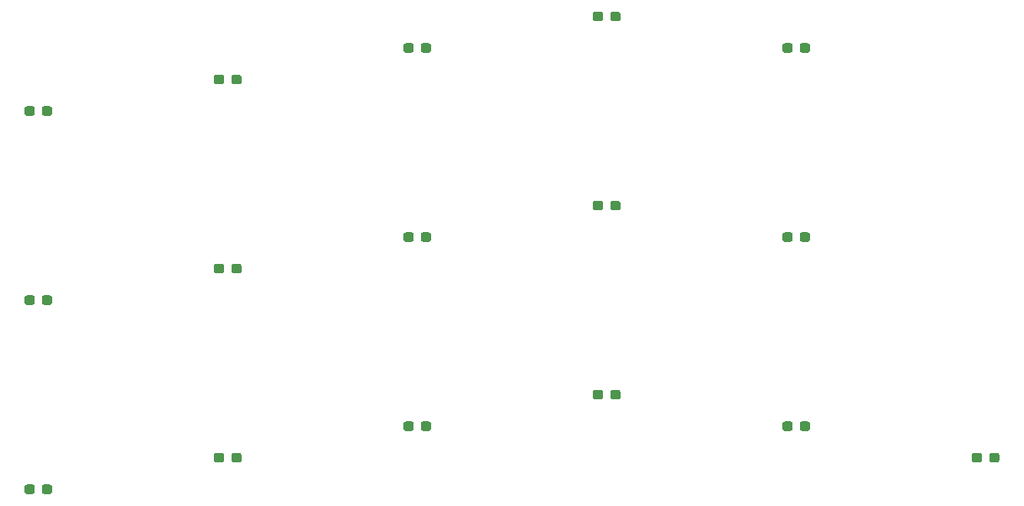
<source format=gbr>
%TF.GenerationSoftware,KiCad,Pcbnew,(5.1.9)-1*%
%TF.CreationDate,2021-08-25T16:33:49-05:00*%
%TF.ProjectId,TartarSauce,54617274-6172-4536-9175-63652e6b6963,rev?*%
%TF.SameCoordinates,Original*%
%TF.FileFunction,Paste,Top*%
%TF.FilePolarity,Positive*%
%FSLAX46Y46*%
G04 Gerber Fmt 4.6, Leading zero omitted, Abs format (unit mm)*
G04 Created by KiCad (PCBNEW (5.1.9)-1) date 2021-08-25 16:33:49*
%MOMM*%
%LPD*%
G01*
G04 APERTURE LIST*
G04 APERTURE END LIST*
%TO.C,MX18*%
G36*
G01*
X135755947Y-90593614D02*
X135755947Y-90118614D01*
G75*
G02*
X135993447Y-89881114I237500J0D01*
G01*
X136568447Y-89881114D01*
G75*
G02*
X136805947Y-90118614I0J-237500D01*
G01*
X136805947Y-90593614D01*
G75*
G02*
X136568447Y-90831114I-237500J0D01*
G01*
X135993447Y-90831114D01*
G75*
G02*
X135755947Y-90593614I0J237500D01*
G01*
G37*
G36*
G01*
X134005947Y-90593614D02*
X134005947Y-90118614D01*
G75*
G02*
X134243447Y-89881114I237500J0D01*
G01*
X134818447Y-89881114D01*
G75*
G02*
X135055947Y-90118614I0J-237500D01*
G01*
X135055947Y-90593614D01*
G75*
G02*
X134818447Y-90831114I-237500J0D01*
G01*
X134243447Y-90831114D01*
G75*
G02*
X134005947Y-90593614I0J237500D01*
G01*
G37*
%TD*%
%TO.C,MX11*%
G36*
G01*
X97658395Y-65195246D02*
X97658395Y-64720246D01*
G75*
G02*
X97895895Y-64482746I237500J0D01*
G01*
X98470895Y-64482746D01*
G75*
G02*
X98708395Y-64720246I0J-237500D01*
G01*
X98708395Y-65195246D01*
G75*
G02*
X98470895Y-65432746I-237500J0D01*
G01*
X97895895Y-65432746D01*
G75*
G02*
X97658395Y-65195246I0J237500D01*
G01*
G37*
G36*
G01*
X95908395Y-65195246D02*
X95908395Y-64720246D01*
G75*
G02*
X96145895Y-64482746I237500J0D01*
G01*
X96720895Y-64482746D01*
G75*
G02*
X96958395Y-64720246I0J-237500D01*
G01*
X96958395Y-65195246D01*
G75*
G02*
X96720895Y-65432746I-237500J0D01*
G01*
X96145895Y-65432746D01*
G75*
G02*
X95908395Y-65195246I0J237500D01*
G01*
G37*
%TD*%
%TO.C,MX15*%
G36*
G01*
X116707171Y-87418818D02*
X116707171Y-86943818D01*
G75*
G02*
X116944671Y-86706318I237500J0D01*
G01*
X117519671Y-86706318D01*
G75*
G02*
X117757171Y-86943818I0J-237500D01*
G01*
X117757171Y-87418818D01*
G75*
G02*
X117519671Y-87656318I-237500J0D01*
G01*
X116944671Y-87656318D01*
G75*
G02*
X116707171Y-87418818I0J237500D01*
G01*
G37*
G36*
G01*
X114957171Y-87418818D02*
X114957171Y-86943818D01*
G75*
G02*
X115194671Y-86706318I237500J0D01*
G01*
X115769671Y-86706318D01*
G75*
G02*
X116007171Y-86943818I0J-237500D01*
G01*
X116007171Y-87418818D01*
G75*
G02*
X115769671Y-87656318I-237500J0D01*
G01*
X115194671Y-87656318D01*
G75*
G02*
X114957171Y-87418818I0J237500D01*
G01*
G37*
%TD*%
%TO.C,MX14*%
G36*
G01*
X116707171Y-68370042D02*
X116707171Y-67895042D01*
G75*
G02*
X116944671Y-67657542I237500J0D01*
G01*
X117519671Y-67657542D01*
G75*
G02*
X117757171Y-67895042I0J-237500D01*
G01*
X117757171Y-68370042D01*
G75*
G02*
X117519671Y-68607542I-237500J0D01*
G01*
X116944671Y-68607542D01*
G75*
G02*
X116707171Y-68370042I0J237500D01*
G01*
G37*
G36*
G01*
X114957171Y-68370042D02*
X114957171Y-67895042D01*
G75*
G02*
X115194671Y-67657542I237500J0D01*
G01*
X115769671Y-67657542D01*
G75*
G02*
X116007171Y-67895042I0J-237500D01*
G01*
X116007171Y-68370042D01*
G75*
G02*
X115769671Y-68607542I-237500J0D01*
G01*
X115194671Y-68607542D01*
G75*
G02*
X114957171Y-68370042I0J237500D01*
G01*
G37*
%TD*%
%TO.C,MX13*%
G36*
G01*
X116707171Y-49321266D02*
X116707171Y-48846266D01*
G75*
G02*
X116944671Y-48608766I237500J0D01*
G01*
X117519671Y-48608766D01*
G75*
G02*
X117757171Y-48846266I0J-237500D01*
G01*
X117757171Y-49321266D01*
G75*
G02*
X117519671Y-49558766I-237500J0D01*
G01*
X116944671Y-49558766D01*
G75*
G02*
X116707171Y-49321266I0J237500D01*
G01*
G37*
G36*
G01*
X114957171Y-49321266D02*
X114957171Y-48846266D01*
G75*
G02*
X115194671Y-48608766I237500J0D01*
G01*
X115769671Y-48608766D01*
G75*
G02*
X116007171Y-48846266I0J-237500D01*
G01*
X116007171Y-49321266D01*
G75*
G02*
X115769671Y-49558766I-237500J0D01*
G01*
X115194671Y-49558766D01*
G75*
G02*
X114957171Y-49321266I0J237500D01*
G01*
G37*
%TD*%
%TO.C,MX12*%
G36*
G01*
X97658395Y-84244022D02*
X97658395Y-83769022D01*
G75*
G02*
X97895895Y-83531522I237500J0D01*
G01*
X98470895Y-83531522D01*
G75*
G02*
X98708395Y-83769022I0J-237500D01*
G01*
X98708395Y-84244022D01*
G75*
G02*
X98470895Y-84481522I-237500J0D01*
G01*
X97895895Y-84481522D01*
G75*
G02*
X97658395Y-84244022I0J237500D01*
G01*
G37*
G36*
G01*
X95908395Y-84244022D02*
X95908395Y-83769022D01*
G75*
G02*
X96145895Y-83531522I237500J0D01*
G01*
X96720895Y-83531522D01*
G75*
G02*
X96958395Y-83769022I0J-237500D01*
G01*
X96958395Y-84244022D01*
G75*
G02*
X96720895Y-84481522I-237500J0D01*
G01*
X96145895Y-84481522D01*
G75*
G02*
X95908395Y-84244022I0J237500D01*
G01*
G37*
%TD*%
%TO.C,MX10*%
G36*
G01*
X97658395Y-46146470D02*
X97658395Y-45671470D01*
G75*
G02*
X97895895Y-45433970I237500J0D01*
G01*
X98470895Y-45433970D01*
G75*
G02*
X98708395Y-45671470I0J-237500D01*
G01*
X98708395Y-46146470D01*
G75*
G02*
X98470895Y-46383970I-237500J0D01*
G01*
X97895895Y-46383970D01*
G75*
G02*
X97658395Y-46146470I0J237500D01*
G01*
G37*
G36*
G01*
X95908395Y-46146470D02*
X95908395Y-45671470D01*
G75*
G02*
X96145895Y-45433970I237500J0D01*
G01*
X96720895Y-45433970D01*
G75*
G02*
X96958395Y-45671470I0J-237500D01*
G01*
X96958395Y-46146470D01*
G75*
G02*
X96720895Y-46383970I-237500J0D01*
G01*
X96145895Y-46383970D01*
G75*
G02*
X95908395Y-46146470I0J237500D01*
G01*
G37*
%TD*%
%TO.C,MX9*%
G36*
G01*
X78609619Y-87418818D02*
X78609619Y-86943818D01*
G75*
G02*
X78847119Y-86706318I237500J0D01*
G01*
X79422119Y-86706318D01*
G75*
G02*
X79659619Y-86943818I0J-237500D01*
G01*
X79659619Y-87418818D01*
G75*
G02*
X79422119Y-87656318I-237500J0D01*
G01*
X78847119Y-87656318D01*
G75*
G02*
X78609619Y-87418818I0J237500D01*
G01*
G37*
G36*
G01*
X76859619Y-87418818D02*
X76859619Y-86943818D01*
G75*
G02*
X77097119Y-86706318I237500J0D01*
G01*
X77672119Y-86706318D01*
G75*
G02*
X77909619Y-86943818I0J-237500D01*
G01*
X77909619Y-87418818D01*
G75*
G02*
X77672119Y-87656318I-237500J0D01*
G01*
X77097119Y-87656318D01*
G75*
G02*
X76859619Y-87418818I0J237500D01*
G01*
G37*
%TD*%
%TO.C,MX8*%
G36*
G01*
X78609619Y-68370042D02*
X78609619Y-67895042D01*
G75*
G02*
X78847119Y-67657542I237500J0D01*
G01*
X79422119Y-67657542D01*
G75*
G02*
X79659619Y-67895042I0J-237500D01*
G01*
X79659619Y-68370042D01*
G75*
G02*
X79422119Y-68607542I-237500J0D01*
G01*
X78847119Y-68607542D01*
G75*
G02*
X78609619Y-68370042I0J237500D01*
G01*
G37*
G36*
G01*
X76859619Y-68370042D02*
X76859619Y-67895042D01*
G75*
G02*
X77097119Y-67657542I237500J0D01*
G01*
X77672119Y-67657542D01*
G75*
G02*
X77909619Y-67895042I0J-237500D01*
G01*
X77909619Y-68370042D01*
G75*
G02*
X77672119Y-68607542I-237500J0D01*
G01*
X77097119Y-68607542D01*
G75*
G02*
X76859619Y-68370042I0J237500D01*
G01*
G37*
%TD*%
%TO.C,MX7*%
G36*
G01*
X78609619Y-49321266D02*
X78609619Y-48846266D01*
G75*
G02*
X78847119Y-48608766I237500J0D01*
G01*
X79422119Y-48608766D01*
G75*
G02*
X79659619Y-48846266I0J-237500D01*
G01*
X79659619Y-49321266D01*
G75*
G02*
X79422119Y-49558766I-237500J0D01*
G01*
X78847119Y-49558766D01*
G75*
G02*
X78609619Y-49321266I0J237500D01*
G01*
G37*
G36*
G01*
X76859619Y-49321266D02*
X76859619Y-48846266D01*
G75*
G02*
X77097119Y-48608766I237500J0D01*
G01*
X77672119Y-48608766D01*
G75*
G02*
X77909619Y-48846266I0J-237500D01*
G01*
X77909619Y-49321266D01*
G75*
G02*
X77672119Y-49558766I-237500J0D01*
G01*
X77097119Y-49558766D01*
G75*
G02*
X76859619Y-49321266I0J237500D01*
G01*
G37*
%TD*%
%TO.C,MX6*%
G36*
G01*
X59560843Y-90593614D02*
X59560843Y-90118614D01*
G75*
G02*
X59798343Y-89881114I237500J0D01*
G01*
X60373343Y-89881114D01*
G75*
G02*
X60610843Y-90118614I0J-237500D01*
G01*
X60610843Y-90593614D01*
G75*
G02*
X60373343Y-90831114I-237500J0D01*
G01*
X59798343Y-90831114D01*
G75*
G02*
X59560843Y-90593614I0J237500D01*
G01*
G37*
G36*
G01*
X57810843Y-90593614D02*
X57810843Y-90118614D01*
G75*
G02*
X58048343Y-89881114I237500J0D01*
G01*
X58623343Y-89881114D01*
G75*
G02*
X58860843Y-90118614I0J-237500D01*
G01*
X58860843Y-90593614D01*
G75*
G02*
X58623343Y-90831114I-237500J0D01*
G01*
X58048343Y-90831114D01*
G75*
G02*
X57810843Y-90593614I0J237500D01*
G01*
G37*
%TD*%
%TO.C,MX5*%
G36*
G01*
X59560843Y-71544838D02*
X59560843Y-71069838D01*
G75*
G02*
X59798343Y-70832338I237500J0D01*
G01*
X60373343Y-70832338D01*
G75*
G02*
X60610843Y-71069838I0J-237500D01*
G01*
X60610843Y-71544838D01*
G75*
G02*
X60373343Y-71782338I-237500J0D01*
G01*
X59798343Y-71782338D01*
G75*
G02*
X59560843Y-71544838I0J237500D01*
G01*
G37*
G36*
G01*
X57810843Y-71544838D02*
X57810843Y-71069838D01*
G75*
G02*
X58048343Y-70832338I237500J0D01*
G01*
X58623343Y-70832338D01*
G75*
G02*
X58860843Y-71069838I0J-237500D01*
G01*
X58860843Y-71544838D01*
G75*
G02*
X58623343Y-71782338I-237500J0D01*
G01*
X58048343Y-71782338D01*
G75*
G02*
X57810843Y-71544838I0J237500D01*
G01*
G37*
%TD*%
%TO.C,MX4*%
G36*
G01*
X59560843Y-52496062D02*
X59560843Y-52021062D01*
G75*
G02*
X59798343Y-51783562I237500J0D01*
G01*
X60373343Y-51783562D01*
G75*
G02*
X60610843Y-52021062I0J-237500D01*
G01*
X60610843Y-52496062D01*
G75*
G02*
X60373343Y-52733562I-237500J0D01*
G01*
X59798343Y-52733562D01*
G75*
G02*
X59560843Y-52496062I0J237500D01*
G01*
G37*
G36*
G01*
X57810843Y-52496062D02*
X57810843Y-52021062D01*
G75*
G02*
X58048343Y-51783562I237500J0D01*
G01*
X58623343Y-51783562D01*
G75*
G02*
X58860843Y-52021062I0J-237500D01*
G01*
X58860843Y-52496062D01*
G75*
G02*
X58623343Y-52733562I-237500J0D01*
G01*
X58048343Y-52733562D01*
G75*
G02*
X57810843Y-52496062I0J237500D01*
G01*
G37*
%TD*%
%TO.C,MX3*%
G36*
G01*
X40512067Y-93768410D02*
X40512067Y-93293410D01*
G75*
G02*
X40749567Y-93055910I237500J0D01*
G01*
X41324567Y-93055910D01*
G75*
G02*
X41562067Y-93293410I0J-237500D01*
G01*
X41562067Y-93768410D01*
G75*
G02*
X41324567Y-94005910I-237500J0D01*
G01*
X40749567Y-94005910D01*
G75*
G02*
X40512067Y-93768410I0J237500D01*
G01*
G37*
G36*
G01*
X38762067Y-93768410D02*
X38762067Y-93293410D01*
G75*
G02*
X38999567Y-93055910I237500J0D01*
G01*
X39574567Y-93055910D01*
G75*
G02*
X39812067Y-93293410I0J-237500D01*
G01*
X39812067Y-93768410D01*
G75*
G02*
X39574567Y-94005910I-237500J0D01*
G01*
X38999567Y-94005910D01*
G75*
G02*
X38762067Y-93768410I0J237500D01*
G01*
G37*
%TD*%
%TO.C,MX2*%
G36*
G01*
X40512067Y-74719634D02*
X40512067Y-74244634D01*
G75*
G02*
X40749567Y-74007134I237500J0D01*
G01*
X41324567Y-74007134D01*
G75*
G02*
X41562067Y-74244634I0J-237500D01*
G01*
X41562067Y-74719634D01*
G75*
G02*
X41324567Y-74957134I-237500J0D01*
G01*
X40749567Y-74957134D01*
G75*
G02*
X40512067Y-74719634I0J237500D01*
G01*
G37*
G36*
G01*
X38762067Y-74719634D02*
X38762067Y-74244634D01*
G75*
G02*
X38999567Y-74007134I237500J0D01*
G01*
X39574567Y-74007134D01*
G75*
G02*
X39812067Y-74244634I0J-237500D01*
G01*
X39812067Y-74719634D01*
G75*
G02*
X39574567Y-74957134I-237500J0D01*
G01*
X38999567Y-74957134D01*
G75*
G02*
X38762067Y-74719634I0J237500D01*
G01*
G37*
%TD*%
%TO.C,MX1*%
G36*
G01*
X40512067Y-55670858D02*
X40512067Y-55195858D01*
G75*
G02*
X40749567Y-54958358I237500J0D01*
G01*
X41324567Y-54958358D01*
G75*
G02*
X41562067Y-55195858I0J-237500D01*
G01*
X41562067Y-55670858D01*
G75*
G02*
X41324567Y-55908358I-237500J0D01*
G01*
X40749567Y-55908358D01*
G75*
G02*
X40512067Y-55670858I0J237500D01*
G01*
G37*
G36*
G01*
X38762067Y-55670858D02*
X38762067Y-55195858D01*
G75*
G02*
X38999567Y-54958358I237500J0D01*
G01*
X39574567Y-54958358D01*
G75*
G02*
X39812067Y-55195858I0J-237500D01*
G01*
X39812067Y-55670858D01*
G75*
G02*
X39574567Y-55908358I-237500J0D01*
G01*
X38999567Y-55908358D01*
G75*
G02*
X38762067Y-55670858I0J237500D01*
G01*
G37*
%TD*%
M02*

</source>
